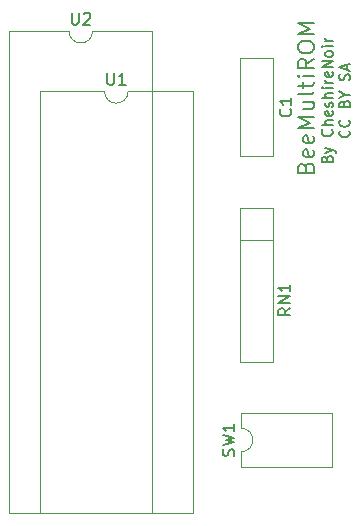
<source format=gto>
%TF.GenerationSoftware,KiCad,Pcbnew,(6.0.1)*%
%TF.CreationDate,2022-01-31T15:08:43+08:00*%
%TF.ProjectId,BeeMultiROM,4265654d-756c-4746-9952-4f4d2e6b6963,rev?*%
%TF.SameCoordinates,Original*%
%TF.FileFunction,Legend,Top*%
%TF.FilePolarity,Positive*%
%FSLAX46Y46*%
G04 Gerber Fmt 4.6, Leading zero omitted, Abs format (unit mm)*
G04 Created by KiCad (PCBNEW (6.0.1)) date 2022-01-31 15:08:43*
%MOMM*%
%LPD*%
G01*
G04 APERTURE LIST*
%ADD10C,0.150000*%
%ADD11C,0.120000*%
%ADD12C,1.600000*%
%ADD13O,2.400000X1.600000*%
%ADD14R,2.400000X1.600000*%
%ADD15O,1.600000X1.600000*%
%ADD16R,1.600000X1.600000*%
%ADD17R,1.600000X2.400000*%
%ADD18O,1.600000X2.400000*%
G04 APERTURE END LIST*
D10*
X167461214Y-37135714D02*
X167504071Y-37007142D01*
X167546928Y-36964285D01*
X167632642Y-36921428D01*
X167761214Y-36921428D01*
X167846928Y-36964285D01*
X167889785Y-37007142D01*
X167932642Y-37092857D01*
X167932642Y-37435714D01*
X167032642Y-37435714D01*
X167032642Y-37135714D01*
X167075500Y-37050000D01*
X167118357Y-37007142D01*
X167204071Y-36964285D01*
X167289785Y-36964285D01*
X167375500Y-37007142D01*
X167418357Y-37050000D01*
X167461214Y-37135714D01*
X167461214Y-37435714D01*
X167332642Y-36621428D02*
X167932642Y-36407142D01*
X167332642Y-36192857D02*
X167932642Y-36407142D01*
X168146928Y-36492857D01*
X168189785Y-36535714D01*
X168232642Y-36621428D01*
X167846928Y-34650000D02*
X167889785Y-34692857D01*
X167932642Y-34821428D01*
X167932642Y-34907142D01*
X167889785Y-35035714D01*
X167804071Y-35121428D01*
X167718357Y-35164285D01*
X167546928Y-35207142D01*
X167418357Y-35207142D01*
X167246928Y-35164285D01*
X167161214Y-35121428D01*
X167075500Y-35035714D01*
X167032642Y-34907142D01*
X167032642Y-34821428D01*
X167075500Y-34692857D01*
X167118357Y-34650000D01*
X167932642Y-34264285D02*
X167032642Y-34264285D01*
X167932642Y-33878571D02*
X167461214Y-33878571D01*
X167375500Y-33921428D01*
X167332642Y-34007142D01*
X167332642Y-34135714D01*
X167375500Y-34221428D01*
X167418357Y-34264285D01*
X167889785Y-33107142D02*
X167932642Y-33192857D01*
X167932642Y-33364285D01*
X167889785Y-33450000D01*
X167804071Y-33492857D01*
X167461214Y-33492857D01*
X167375500Y-33450000D01*
X167332642Y-33364285D01*
X167332642Y-33192857D01*
X167375500Y-33107142D01*
X167461214Y-33064285D01*
X167546928Y-33064285D01*
X167632642Y-33492857D01*
X167889785Y-32721428D02*
X167932642Y-32635714D01*
X167932642Y-32464285D01*
X167889785Y-32378571D01*
X167804071Y-32335714D01*
X167761214Y-32335714D01*
X167675500Y-32378571D01*
X167632642Y-32464285D01*
X167632642Y-32592857D01*
X167589785Y-32678571D01*
X167504071Y-32721428D01*
X167461214Y-32721428D01*
X167375500Y-32678571D01*
X167332642Y-32592857D01*
X167332642Y-32464285D01*
X167375500Y-32378571D01*
X167932642Y-31950000D02*
X167032642Y-31950000D01*
X167932642Y-31564285D02*
X167461214Y-31564285D01*
X167375500Y-31607142D01*
X167332642Y-31692857D01*
X167332642Y-31821428D01*
X167375500Y-31907142D01*
X167418357Y-31950000D01*
X167932642Y-31135714D02*
X167332642Y-31135714D01*
X167032642Y-31135714D02*
X167075500Y-31178571D01*
X167118357Y-31135714D01*
X167075500Y-31092857D01*
X167032642Y-31135714D01*
X167118357Y-31135714D01*
X167932642Y-30707142D02*
X167332642Y-30707142D01*
X167504071Y-30707142D02*
X167418357Y-30664285D01*
X167375500Y-30621428D01*
X167332642Y-30535714D01*
X167332642Y-30450000D01*
X167889785Y-29807142D02*
X167932642Y-29892857D01*
X167932642Y-30064285D01*
X167889785Y-30150000D01*
X167804071Y-30192857D01*
X167461214Y-30192857D01*
X167375500Y-30150000D01*
X167332642Y-30064285D01*
X167332642Y-29892857D01*
X167375500Y-29807142D01*
X167461214Y-29764285D01*
X167546928Y-29764285D01*
X167632642Y-30192857D01*
X167932642Y-29378571D02*
X167032642Y-29378571D01*
X167932642Y-28864285D01*
X167032642Y-28864285D01*
X167932642Y-28307142D02*
X167889785Y-28392857D01*
X167846928Y-28435714D01*
X167761214Y-28478571D01*
X167504071Y-28478571D01*
X167418357Y-28435714D01*
X167375500Y-28392857D01*
X167332642Y-28307142D01*
X167332642Y-28178571D01*
X167375500Y-28092857D01*
X167418357Y-28050000D01*
X167504071Y-28007142D01*
X167761214Y-28007142D01*
X167846928Y-28050000D01*
X167889785Y-28092857D01*
X167932642Y-28178571D01*
X167932642Y-28307142D01*
X167932642Y-27621428D02*
X167332642Y-27621428D01*
X167032642Y-27621428D02*
X167075500Y-27664285D01*
X167118357Y-27621428D01*
X167075500Y-27578571D01*
X167032642Y-27621428D01*
X167118357Y-27621428D01*
X167932642Y-27192857D02*
X167332642Y-27192857D01*
X167504071Y-27192857D02*
X167418357Y-27150000D01*
X167375500Y-27107142D01*
X167332642Y-27021428D01*
X167332642Y-26935714D01*
X169295928Y-34757142D02*
X169338785Y-34800000D01*
X169381642Y-34928571D01*
X169381642Y-35014285D01*
X169338785Y-35142857D01*
X169253071Y-35228571D01*
X169167357Y-35271428D01*
X168995928Y-35314285D01*
X168867357Y-35314285D01*
X168695928Y-35271428D01*
X168610214Y-35228571D01*
X168524500Y-35142857D01*
X168481642Y-35014285D01*
X168481642Y-34928571D01*
X168524500Y-34800000D01*
X168567357Y-34757142D01*
X169295928Y-33857142D02*
X169338785Y-33900000D01*
X169381642Y-34028571D01*
X169381642Y-34114285D01*
X169338785Y-34242857D01*
X169253071Y-34328571D01*
X169167357Y-34371428D01*
X168995928Y-34414285D01*
X168867357Y-34414285D01*
X168695928Y-34371428D01*
X168610214Y-34328571D01*
X168524500Y-34242857D01*
X168481642Y-34114285D01*
X168481642Y-34028571D01*
X168524500Y-33900000D01*
X168567357Y-33857142D01*
X168910214Y-32485714D02*
X168953071Y-32357142D01*
X168995928Y-32314285D01*
X169081642Y-32271428D01*
X169210214Y-32271428D01*
X169295928Y-32314285D01*
X169338785Y-32357142D01*
X169381642Y-32442857D01*
X169381642Y-32785714D01*
X168481642Y-32785714D01*
X168481642Y-32485714D01*
X168524500Y-32400000D01*
X168567357Y-32357142D01*
X168653071Y-32314285D01*
X168738785Y-32314285D01*
X168824500Y-32357142D01*
X168867357Y-32400000D01*
X168910214Y-32485714D01*
X168910214Y-32785714D01*
X168953071Y-31714285D02*
X169381642Y-31714285D01*
X168481642Y-32014285D02*
X168953071Y-31714285D01*
X168481642Y-31414285D01*
X169338785Y-30471428D02*
X169381642Y-30342857D01*
X169381642Y-30128571D01*
X169338785Y-30042857D01*
X169295928Y-30000000D01*
X169210214Y-29957142D01*
X169124500Y-29957142D01*
X169038785Y-30000000D01*
X168995928Y-30042857D01*
X168953071Y-30128571D01*
X168910214Y-30300000D01*
X168867357Y-30385714D01*
X168824500Y-30428571D01*
X168738785Y-30471428D01*
X168653071Y-30471428D01*
X168567357Y-30428571D01*
X168524500Y-30385714D01*
X168481642Y-30300000D01*
X168481642Y-30085714D01*
X168524500Y-29957142D01*
X169124500Y-29614285D02*
X169124500Y-29185714D01*
X169381642Y-29700000D02*
X168481642Y-29400000D01*
X169381642Y-29100000D01*
X165650000Y-37866666D02*
X165716666Y-37666666D01*
X165783333Y-37600000D01*
X165916666Y-37533333D01*
X166116666Y-37533333D01*
X166250000Y-37600000D01*
X166316666Y-37666666D01*
X166383333Y-37800000D01*
X166383333Y-38333333D01*
X164983333Y-38333333D01*
X164983333Y-37866666D01*
X165050000Y-37733333D01*
X165116666Y-37666666D01*
X165250000Y-37600000D01*
X165383333Y-37600000D01*
X165516666Y-37666666D01*
X165583333Y-37733333D01*
X165650000Y-37866666D01*
X165650000Y-38333333D01*
X166316666Y-36400000D02*
X166383333Y-36533333D01*
X166383333Y-36800000D01*
X166316666Y-36933333D01*
X166183333Y-37000000D01*
X165650000Y-37000000D01*
X165516666Y-36933333D01*
X165450000Y-36800000D01*
X165450000Y-36533333D01*
X165516666Y-36400000D01*
X165650000Y-36333333D01*
X165783333Y-36333333D01*
X165916666Y-37000000D01*
X166316666Y-35200000D02*
X166383333Y-35333333D01*
X166383333Y-35600000D01*
X166316666Y-35733333D01*
X166183333Y-35800000D01*
X165650000Y-35800000D01*
X165516666Y-35733333D01*
X165450000Y-35600000D01*
X165450000Y-35333333D01*
X165516666Y-35200000D01*
X165650000Y-35133333D01*
X165783333Y-35133333D01*
X165916666Y-35800000D01*
X166383333Y-34533333D02*
X164983333Y-34533333D01*
X165983333Y-34066666D01*
X164983333Y-33600000D01*
X166383333Y-33600000D01*
X165450000Y-32333333D02*
X166383333Y-32333333D01*
X165450000Y-32933333D02*
X166183333Y-32933333D01*
X166316666Y-32866666D01*
X166383333Y-32733333D01*
X166383333Y-32533333D01*
X166316666Y-32400000D01*
X166250000Y-32333333D01*
X166383333Y-31466666D02*
X166316666Y-31600000D01*
X166183333Y-31666666D01*
X164983333Y-31666666D01*
X165450000Y-31133333D02*
X165450000Y-30600000D01*
X164983333Y-30933333D02*
X166183333Y-30933333D01*
X166316666Y-30866666D01*
X166383333Y-30733333D01*
X166383333Y-30600000D01*
X166383333Y-30133333D02*
X165450000Y-30133333D01*
X164983333Y-30133333D02*
X165050000Y-30200000D01*
X165116666Y-30133333D01*
X165050000Y-30066666D01*
X164983333Y-30133333D01*
X165116666Y-30133333D01*
X166383333Y-28666666D02*
X165716666Y-29133333D01*
X166383333Y-29466666D02*
X164983333Y-29466666D01*
X164983333Y-28933333D01*
X165050000Y-28800000D01*
X165116666Y-28733333D01*
X165250000Y-28666666D01*
X165450000Y-28666666D01*
X165583333Y-28733333D01*
X165650000Y-28800000D01*
X165716666Y-28933333D01*
X165716666Y-29466666D01*
X164983333Y-27800000D02*
X164983333Y-27533333D01*
X165050000Y-27400000D01*
X165183333Y-27266666D01*
X165450000Y-27200000D01*
X165916666Y-27200000D01*
X166183333Y-27266666D01*
X166316666Y-27400000D01*
X166383333Y-27533333D01*
X166383333Y-27800000D01*
X166316666Y-27933333D01*
X166183333Y-28066666D01*
X165916666Y-28133333D01*
X165450000Y-28133333D01*
X165183333Y-28066666D01*
X165050000Y-27933333D01*
X164983333Y-27800000D01*
X166383333Y-26600000D02*
X164983333Y-26600000D01*
X165983333Y-26133333D01*
X164983333Y-25666666D01*
X166383333Y-25666666D01*
X164357142Y-32916666D02*
X164404761Y-32964285D01*
X164452380Y-33107142D01*
X164452380Y-33202380D01*
X164404761Y-33345238D01*
X164309523Y-33440476D01*
X164214285Y-33488095D01*
X164023809Y-33535714D01*
X163880952Y-33535714D01*
X163690476Y-33488095D01*
X163595238Y-33440476D01*
X163500000Y-33345238D01*
X163452380Y-33202380D01*
X163452380Y-33107142D01*
X163500000Y-32964285D01*
X163547619Y-32916666D01*
X164452380Y-31964285D02*
X164452380Y-32535714D01*
X164452380Y-32250000D02*
X163452380Y-32250000D01*
X163595238Y-32345238D01*
X163690476Y-32440476D01*
X163738095Y-32535714D01*
X145858095Y-24772380D02*
X145858095Y-25581904D01*
X145905714Y-25677142D01*
X145953333Y-25724761D01*
X146048571Y-25772380D01*
X146239047Y-25772380D01*
X146334285Y-25724761D01*
X146381904Y-25677142D01*
X146429523Y-25581904D01*
X146429523Y-24772380D01*
X146858095Y-24867619D02*
X146905714Y-24820000D01*
X147000952Y-24772380D01*
X147239047Y-24772380D01*
X147334285Y-24820000D01*
X147381904Y-24867619D01*
X147429523Y-24962857D01*
X147429523Y-25058095D01*
X147381904Y-25200952D01*
X146810476Y-25772380D01*
X147429523Y-25772380D01*
X148858095Y-29872380D02*
X148858095Y-30681904D01*
X148905714Y-30777142D01*
X148953333Y-30824761D01*
X149048571Y-30872380D01*
X149239047Y-30872380D01*
X149334285Y-30824761D01*
X149381904Y-30777142D01*
X149429523Y-30681904D01*
X149429523Y-29872380D01*
X150429523Y-30872380D02*
X149858095Y-30872380D01*
X150143809Y-30872380D02*
X150143809Y-29872380D01*
X150048571Y-30015238D01*
X149953333Y-30110476D01*
X149858095Y-30158095D01*
X159574761Y-62273333D02*
X159622380Y-62130476D01*
X159622380Y-61892380D01*
X159574761Y-61797142D01*
X159527142Y-61749523D01*
X159431904Y-61701904D01*
X159336666Y-61701904D01*
X159241428Y-61749523D01*
X159193809Y-61797142D01*
X159146190Y-61892380D01*
X159098571Y-62082857D01*
X159050952Y-62178095D01*
X159003333Y-62225714D01*
X158908095Y-62273333D01*
X158812857Y-62273333D01*
X158717619Y-62225714D01*
X158670000Y-62178095D01*
X158622380Y-62082857D01*
X158622380Y-61844761D01*
X158670000Y-61701904D01*
X158622380Y-61368571D02*
X159622380Y-61130476D01*
X158908095Y-60940000D01*
X159622380Y-60749523D01*
X158622380Y-60511428D01*
X159622380Y-59606666D02*
X159622380Y-60178095D01*
X159622380Y-59892380D02*
X158622380Y-59892380D01*
X158765238Y-59987619D01*
X158860476Y-60082857D01*
X158908095Y-60178095D01*
X164352380Y-49790476D02*
X163876190Y-50123809D01*
X164352380Y-50361904D02*
X163352380Y-50361904D01*
X163352380Y-49980952D01*
X163400000Y-49885714D01*
X163447619Y-49838095D01*
X163542857Y-49790476D01*
X163685714Y-49790476D01*
X163780952Y-49838095D01*
X163828571Y-49885714D01*
X163876190Y-49980952D01*
X163876190Y-50361904D01*
X164352380Y-49361904D02*
X163352380Y-49361904D01*
X164352380Y-48790476D01*
X163352380Y-48790476D01*
X164352380Y-47790476D02*
X164352380Y-48361904D01*
X164352380Y-48076190D02*
X163352380Y-48076190D01*
X163495238Y-48171428D01*
X163590476Y-48266666D01*
X163638095Y-48361904D01*
D11*
X162870000Y-36870000D02*
X160130000Y-36870000D01*
X162870000Y-28630000D02*
X160130000Y-28630000D01*
X160130000Y-28630000D02*
X160130000Y-36870000D01*
X162870000Y-28630000D02*
X162870000Y-36870000D01*
X145620000Y-26320000D02*
X140560000Y-26320000D01*
X140560000Y-26320000D02*
X140560000Y-67080000D01*
X140560000Y-67080000D02*
X152680000Y-67080000D01*
X152680000Y-67080000D02*
X152680000Y-26320000D01*
X152680000Y-26320000D02*
X147620000Y-26320000D01*
X145620000Y-26320000D02*
G75*
G03*
X147620000Y-26320000I1000000J0D01*
G01*
X148620000Y-31420000D02*
X143160000Y-31420000D01*
X143160000Y-31420000D02*
X143160000Y-67100000D01*
X143160000Y-67100000D02*
X156080000Y-67100000D01*
X156080000Y-67100000D02*
X156080000Y-31420000D01*
X156080000Y-31420000D02*
X150620000Y-31420000D01*
X148620000Y-31420000D02*
G75*
G03*
X150620000Y-31420000I1000000J0D01*
G01*
X160170000Y-61940000D02*
G75*
G03*
X160170000Y-59940000I0J1000000D01*
G01*
X160170000Y-58690000D02*
X160170000Y-59940000D01*
X167910000Y-58690000D02*
X160170000Y-58690000D01*
X167910000Y-63190000D02*
X167910000Y-58690000D01*
X160170000Y-63190000D02*
X167910000Y-63190000D01*
X160170000Y-61940000D02*
X160170000Y-63190000D01*
X162900000Y-41310000D02*
X160100000Y-41310000D01*
X160100000Y-41310000D02*
X160100000Y-54350000D01*
X160100000Y-54350000D02*
X162900000Y-54350000D01*
X162900000Y-54350000D02*
X162900000Y-41310000D01*
X162900000Y-44020000D02*
X160100000Y-44020000D01*
%LPC*%
D12*
X161500000Y-35250000D03*
X161500000Y-30250000D03*
D13*
X154240000Y-27650000D03*
X139000000Y-65750000D03*
X154240000Y-30190000D03*
X139000000Y-63210000D03*
X154240000Y-32730000D03*
X139000000Y-60670000D03*
X154240000Y-35270000D03*
X139000000Y-58130000D03*
X154240000Y-37810000D03*
X139000000Y-55590000D03*
X154240000Y-40350000D03*
X139000000Y-53050000D03*
X154240000Y-42890000D03*
X139000000Y-50510000D03*
X154240000Y-45430000D03*
X139000000Y-47970000D03*
X154240000Y-47970000D03*
X139000000Y-45430000D03*
X154240000Y-50510000D03*
X139000000Y-42890000D03*
X154240000Y-53050000D03*
X139000000Y-40350000D03*
X154240000Y-55590000D03*
X139000000Y-37810000D03*
X154240000Y-58130000D03*
X139000000Y-35270000D03*
X154240000Y-60670000D03*
X139000000Y-32730000D03*
X154240000Y-63210000D03*
X139000000Y-30190000D03*
X154240000Y-65750000D03*
D14*
X139000000Y-27650000D03*
D15*
X157240000Y-32750000D03*
X142000000Y-65770000D03*
X157240000Y-35290000D03*
X142000000Y-63230000D03*
X157240000Y-37830000D03*
X142000000Y-60690000D03*
X157240000Y-40370000D03*
X142000000Y-58150000D03*
X157240000Y-42910000D03*
X142000000Y-55610000D03*
X157240000Y-45450000D03*
X142000000Y-53070000D03*
X157240000Y-47990000D03*
X142000000Y-50530000D03*
X157240000Y-50530000D03*
X142000000Y-47990000D03*
X157240000Y-53070000D03*
X142000000Y-45450000D03*
X157240000Y-55610000D03*
X142000000Y-42910000D03*
X157240000Y-58150000D03*
X142000000Y-40370000D03*
X157240000Y-60690000D03*
X142000000Y-37830000D03*
X157240000Y-63230000D03*
X142000000Y-35290000D03*
X157240000Y-65770000D03*
D16*
X142000000Y-32750000D03*
D17*
X161500000Y-64750000D03*
D18*
X166580000Y-57130000D03*
X164040000Y-64750000D03*
X164040000Y-57130000D03*
X166580000Y-64750000D03*
X161500000Y-57130000D03*
D15*
X161500000Y-52910000D03*
X161500000Y-50370000D03*
X161500000Y-47830000D03*
X161500000Y-45290000D03*
D16*
X161500000Y-42750000D03*
M02*

</source>
